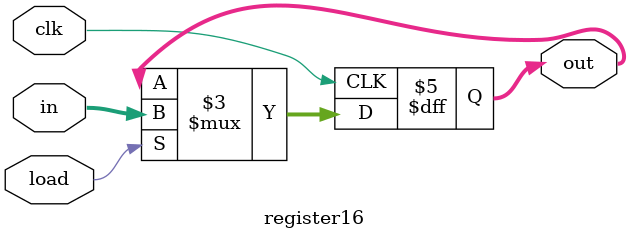
<source format=v>
module register16(input wire [15:0] in, input wire load, input wire clk, output reg [15:0] out);

    always @(posedge clk) begin
        if (load)
            out <= in;
        else
            out <= out;   // hold value
    end

endmodule

</source>
